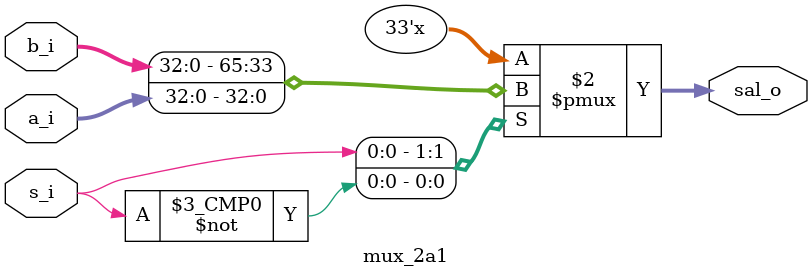
<source format=sv>
`timescale 1ns / 1ps


module mux_2a1(
input logic          s_i,
input logic  [32:0]  a_i,
input logic  [32:0]  b_i,
output logic [32:0]  sal_o
); 

always_comb begin
    case(s_i) 
    1'b1: sal_o = b_i;
    1'b0: sal_o = a_i;
    default: sal_o = 'b0;
    endcase
end
endmodule

</source>
